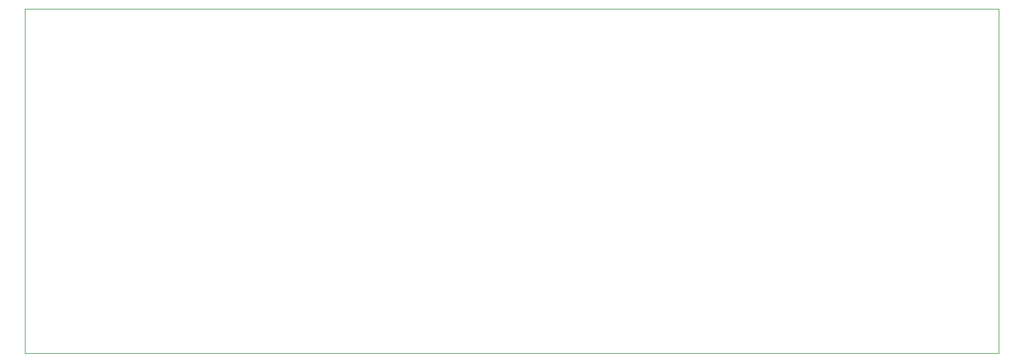
<source format=gm1>
%TF.GenerationSoftware,KiCad,Pcbnew,7.0.7*%
%TF.CreationDate,2024-03-19T10:01:59+01:00*%
%TF.ProjectId,Poly_UA_controller_5enc_5sw,506f6c79-5f55-4415-9f63-6f6e74726f6c,rev?*%
%TF.SameCoordinates,Original*%
%TF.FileFunction,Profile,NP*%
%FSLAX46Y46*%
G04 Gerber Fmt 4.6, Leading zero omitted, Abs format (unit mm)*
G04 Created by KiCad (PCBNEW 7.0.7) date 2024-03-19 10:01:59*
%MOMM*%
%LPD*%
G01*
G04 APERTURE LIST*
%TA.AperFunction,Profile*%
%ADD10C,0.100000*%
%TD*%
G04 APERTURE END LIST*
D10*
X114031600Y-14935200D02*
X253223600Y-14935200D01*
X253223600Y-64185800D01*
X114031600Y-64185800D01*
X114031600Y-14935200D01*
M02*

</source>
